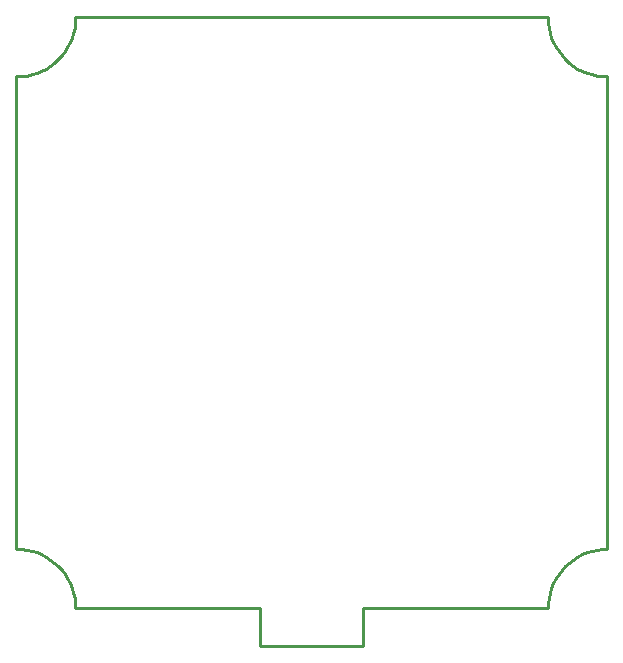
<source format=gko>
G04 EAGLE Gerber X2 export*
%TF.Part,Single*%
%TF.FileFunction,Profile,NP*%
%TF.FilePolarity,Positive*%
%TF.GenerationSoftware,Autodesk,EAGLE,9.0.1*%
%TF.CreationDate,2018-06-02T06:43:15Z*%
G75*
%MOMM*%
%FSLAX34Y34*%
%LPD*%
%AMOC8*
5,1,8,0,0,1.08239X$1,22.5*%
G01*
%ADD10C,0.254000*%


D10*
X500Y82000D02*
X4858Y81810D01*
X9182Y81240D01*
X13441Y80296D01*
X17601Y78985D01*
X21631Y77315D01*
X25500Y75301D01*
X29179Y72958D01*
X32639Y70302D01*
X35855Y67355D01*
X38802Y64139D01*
X41458Y60679D01*
X43801Y57000D01*
X45815Y53131D01*
X47485Y49101D01*
X48796Y44941D01*
X49740Y40682D01*
X50310Y36358D01*
X50500Y32000D01*
X207000Y32000D01*
X207000Y0D01*
X294000Y0D01*
X294000Y32000D01*
X450500Y32000D01*
X450690Y36358D01*
X451260Y40682D01*
X452204Y44941D01*
X453515Y49101D01*
X455185Y53131D01*
X457199Y57000D01*
X459542Y60679D01*
X462198Y64139D01*
X465145Y67355D01*
X468361Y70302D01*
X471821Y72958D01*
X475500Y75301D01*
X479369Y77315D01*
X483399Y78985D01*
X487559Y80296D01*
X491818Y81240D01*
X496142Y81810D01*
X500500Y82000D01*
X500500Y482000D01*
X496142Y482190D01*
X491818Y482760D01*
X487559Y483704D01*
X483399Y485015D01*
X479369Y486685D01*
X475500Y488699D01*
X471821Y491042D01*
X468361Y493698D01*
X465145Y496645D01*
X462198Y499861D01*
X459542Y503321D01*
X457199Y507000D01*
X455185Y510869D01*
X453515Y514899D01*
X452204Y519059D01*
X451260Y523318D01*
X450690Y527642D01*
X450500Y532000D01*
X50500Y532000D01*
X50310Y527642D01*
X49740Y523318D01*
X48796Y519059D01*
X47485Y514899D01*
X45815Y510869D01*
X43801Y507000D01*
X41458Y503321D01*
X38802Y499861D01*
X35855Y496645D01*
X32639Y493698D01*
X29179Y491042D01*
X25500Y488699D01*
X21631Y486685D01*
X17601Y485015D01*
X13441Y483704D01*
X9182Y482760D01*
X4858Y482190D01*
X500Y482000D01*
X500Y82000D01*
M02*

</source>
